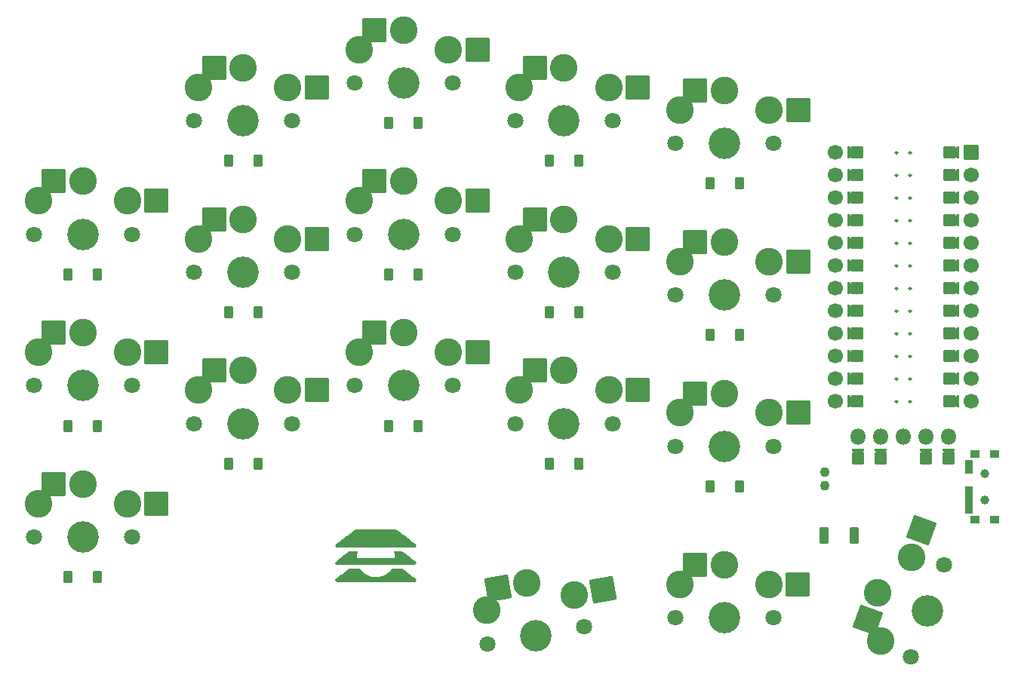
<source format=gbr>
%TF.GenerationSoftware,KiCad,Pcbnew,(6.0.9-0)*%
%TF.CreationDate,2022-12-29T18:14:32+01:00*%
%TF.ProjectId,beamer,6265616d-6572-42e6-9b69-6361645f7063,v1.0.0*%
%TF.SameCoordinates,Original*%
%TF.FileFunction,Soldermask,Bot*%
%TF.FilePolarity,Negative*%
%FSLAX46Y46*%
G04 Gerber Fmt 4.6, Leading zero omitted, Abs format (unit mm)*
G04 Created by KiCad (PCBNEW (6.0.9-0)) date 2022-12-29 18:14:32*
%MOMM*%
%LPD*%
G01*
G04 APERTURE LIST*
G04 Aperture macros list*
%AMRoundRect*
0 Rectangle with rounded corners*
0 $1 Rounding radius*
0 $2 $3 $4 $5 $6 $7 $8 $9 X,Y pos of 4 corners*
0 Add a 4 corners polygon primitive as box body*
4,1,4,$2,$3,$4,$5,$6,$7,$8,$9,$2,$3,0*
0 Add four circle primitives for the rounded corners*
1,1,$1+$1,$2,$3*
1,1,$1+$1,$4,$5*
1,1,$1+$1,$6,$7*
1,1,$1+$1,$8,$9*
0 Add four rect primitives between the rounded corners*
20,1,$1+$1,$2,$3,$4,$5,0*
20,1,$1+$1,$4,$5,$6,$7,0*
20,1,$1+$1,$6,$7,$8,$9,0*
20,1,$1+$1,$8,$9,$2,$3,0*%
%AMFreePoly0*
4,1,16,0.635355,1.035355,0.650000,1.000000,0.650000,-0.250000,0.635355,-0.285355,0.600000,-0.300000,-0.600000,-0.300000,-0.635355,-0.285355,-0.650000,-0.250000,-0.650000,1.000000,-0.635355,1.035355,-0.600000,1.050000,-0.564645,1.035355,0.000000,0.470710,0.564645,1.035355,0.600000,1.050000,0.635355,1.035355,0.635355,1.035355,$1*%
%AMFreePoly1*
4,1,14,0.635355,0.435355,0.650000,0.400000,0.650000,0.200000,0.635355,0.164645,0.035355,-0.435355,0.000000,-0.450000,-0.035355,-0.435355,-0.635355,0.164645,-0.650000,0.200000,-0.650000,0.400000,-0.635355,0.435355,-0.600000,0.450000,0.600000,0.450000,0.635355,0.435355,0.635355,0.435355,$1*%
G04 Aperture macros list end*
%ADD10C,0.250000*%
%ADD11C,0.100000*%
%ADD12C,3.529000*%
%ADD13C,1.801800*%
%ADD14C,3.100000*%
%ADD15RoundRect,0.050000X-1.300000X-1.300000X1.300000X-1.300000X1.300000X1.300000X-1.300000X1.300000X0*%
%ADD16RoundRect,0.050000X0.450000X0.600000X-0.450000X0.600000X-0.450000X-0.600000X0.450000X-0.600000X0*%
%ADD17RoundRect,0.050000X-1.054507X-1.505993X1.505993X-1.054507X1.054507X1.505993X-1.505993X1.054507X0*%
%ADD18RoundRect,0.050000X0.776974X-1.666227X1.666227X0.776974X-0.776974X1.666227X-1.666227X-0.776974X0*%
%ADD19C,1.700000*%
%ADD20RoundRect,0.050000X-0.800000X0.800000X-0.800000X-0.800000X0.800000X-0.800000X0.800000X0.800000X0*%
%ADD21FreePoly0,90.000000*%
%ADD22FreePoly1,90.000000*%
%ADD23FreePoly1,270.000000*%
%ADD24FreePoly0,270.000000*%
%ADD25O,1.800000X1.800000*%
%ADD26FreePoly1,0.000000*%
%ADD27FreePoly0,0.000000*%
%ADD28C,1.000000*%
%ADD29RoundRect,0.050000X-0.350000X-0.750000X0.350000X-0.750000X0.350000X0.750000X-0.350000X0.750000X0*%
%ADD30RoundRect,0.050000X-0.500000X-0.400000X0.500000X-0.400000X0.500000X0.400000X-0.500000X0.400000X0*%
%ADD31RoundRect,0.050000X-0.450000X-0.850000X0.450000X-0.850000X0.450000X0.850000X-0.450000X0.850000X0*%
%ADD32C,1.100000*%
G04 APERTURE END LIST*
%TO.C,*%
G36*
X188774602Y-155852910D02*
G01*
X188943645Y-155853022D01*
X189127776Y-155853197D01*
X189327678Y-155853418D01*
X189544031Y-155853672D01*
X189777518Y-155853943D01*
X189910370Y-155854090D01*
X192157917Y-155856521D01*
X192217008Y-155876646D01*
X192257691Y-155892716D01*
X192300443Y-155912988D01*
X192326099Y-155927213D01*
X192338310Y-155935821D01*
X192363859Y-155954783D01*
X192401720Y-155983307D01*
X192450866Y-156020602D01*
X192510271Y-156065875D01*
X192578909Y-156118334D01*
X192655753Y-156177188D01*
X192739777Y-156241643D01*
X192829955Y-156310908D01*
X192925260Y-156384192D01*
X193024667Y-156460701D01*
X193127149Y-156539643D01*
X193231679Y-156620228D01*
X193337231Y-156701661D01*
X193442779Y-156783153D01*
X193547297Y-156863909D01*
X193649758Y-156943139D01*
X193749136Y-157020050D01*
X193844405Y-157093850D01*
X193934538Y-157163748D01*
X194018510Y-157228950D01*
X194095293Y-157288665D01*
X194163862Y-157342101D01*
X194223189Y-157388465D01*
X194272250Y-157426967D01*
X194310017Y-157456812D01*
X194335465Y-157477210D01*
X194347386Y-157487201D01*
X194381735Y-157530547D01*
X194403777Y-157583051D01*
X194412655Y-157639877D01*
X194407509Y-157696188D01*
X194392032Y-157738960D01*
X194365590Y-157777916D01*
X194330512Y-157813204D01*
X194292297Y-157839944D01*
X194265379Y-157851320D01*
X194255439Y-157852148D01*
X194231601Y-157852934D01*
X194193678Y-157853679D01*
X194141483Y-157854384D01*
X194074828Y-157855049D01*
X193993525Y-157855674D01*
X193897387Y-157856260D01*
X193786226Y-157856808D01*
X193659855Y-157857317D01*
X193518086Y-157857788D01*
X193360732Y-157858221D01*
X193187605Y-157858617D01*
X192998517Y-157858976D01*
X192793281Y-157859299D01*
X192571710Y-157859586D01*
X192333615Y-157859837D01*
X192078810Y-157860053D01*
X191807107Y-157860234D01*
X191518318Y-157860381D01*
X191212255Y-157860494D01*
X190888732Y-157860573D01*
X190547561Y-157860619D01*
X190188553Y-157860632D01*
X189871554Y-157860617D01*
X189529528Y-157860584D01*
X189205233Y-157860539D01*
X188898214Y-157860481D01*
X188608019Y-157860408D01*
X188334197Y-157860320D01*
X188076294Y-157860216D01*
X187833858Y-157860092D01*
X187606436Y-157859950D01*
X187393577Y-157859786D01*
X187194827Y-157859600D01*
X187009735Y-157859390D01*
X186837847Y-157859156D01*
X186678712Y-157858895D01*
X186531876Y-157858607D01*
X186396887Y-157858290D01*
X186273294Y-157857942D01*
X186160643Y-157857563D01*
X186058481Y-157857152D01*
X185966358Y-157856705D01*
X185883819Y-157856224D01*
X185810413Y-157855705D01*
X185745686Y-157855149D01*
X185689188Y-157854552D01*
X185640464Y-157853915D01*
X185599064Y-157853236D01*
X185564533Y-157852513D01*
X185536420Y-157851745D01*
X185514273Y-157850931D01*
X185497638Y-157850070D01*
X185486064Y-157849160D01*
X185479098Y-157848199D01*
X185477233Y-157847711D01*
X185427416Y-157821076D01*
X185388223Y-157782472D01*
X185360305Y-157735133D01*
X185344312Y-157682292D01*
X185340893Y-157627181D01*
X185350697Y-157573034D01*
X185374376Y-157523083D01*
X185404812Y-157487327D01*
X185415015Y-157479013D01*
X185438781Y-157460276D01*
X185475258Y-157431775D01*
X185523595Y-157394170D01*
X185582939Y-157348118D01*
X185652439Y-157294279D01*
X185731243Y-157233311D01*
X185818499Y-157165873D01*
X185913355Y-157092624D01*
X186014961Y-157014223D01*
X186122463Y-156931329D01*
X186235010Y-156844599D01*
X186351751Y-156754694D01*
X186421552Y-156700964D01*
X186566701Y-156589371D01*
X186702899Y-156484898D01*
X186829670Y-156387903D01*
X186946539Y-156298745D01*
X187053030Y-156217782D01*
X187148667Y-156145375D01*
X187232975Y-156081881D01*
X187305478Y-156027659D01*
X187365701Y-155983069D01*
X187413167Y-155948469D01*
X187447403Y-155924217D01*
X187467931Y-155910674D01*
X187471552Y-155908648D01*
X187482997Y-155902683D01*
X187493168Y-155897147D01*
X187502747Y-155892024D01*
X187512416Y-155887299D01*
X187522857Y-155882956D01*
X187534752Y-155878982D01*
X187548782Y-155875360D01*
X187565629Y-155872074D01*
X187585975Y-155869111D01*
X187610502Y-155866454D01*
X187639891Y-155864089D01*
X187674823Y-155862000D01*
X187715982Y-155860171D01*
X187764048Y-155858588D01*
X187819703Y-155857236D01*
X187883629Y-155856098D01*
X187956508Y-155855160D01*
X188039021Y-155854407D01*
X188131851Y-155853823D01*
X188235678Y-155853394D01*
X188351185Y-155853103D01*
X188479054Y-155852935D01*
X188619966Y-155852876D01*
X188774602Y-155852910D01*
G37*
G36*
X192215606Y-158287686D02*
G01*
X192293061Y-158288094D01*
X192371969Y-158288686D01*
X192450240Y-158289446D01*
X192525783Y-158290360D01*
X192596507Y-158291412D01*
X192660322Y-158292586D01*
X192715136Y-158293868D01*
X192758859Y-158295240D01*
X192789401Y-158296689D01*
X192803975Y-158298060D01*
X192823157Y-158301745D01*
X192841527Y-158306063D01*
X192860027Y-158311670D01*
X192879600Y-158319220D01*
X192901190Y-158329368D01*
X192925740Y-158342768D01*
X192954191Y-158360075D01*
X192987489Y-158381943D01*
X193026575Y-158409028D01*
X193072392Y-158441983D01*
X193125884Y-158481464D01*
X193187994Y-158528125D01*
X193259665Y-158582621D01*
X193341839Y-158645606D01*
X193435460Y-158717736D01*
X193541471Y-158799664D01*
X193660815Y-158892046D01*
X193671160Y-158900057D01*
X193787339Y-158990065D01*
X193889984Y-159069679D01*
X193979959Y-159139604D01*
X194058133Y-159200544D01*
X194125372Y-159253203D01*
X194182543Y-159298286D01*
X194230512Y-159336496D01*
X194270146Y-159368538D01*
X194302313Y-159395117D01*
X194327879Y-159416936D01*
X194347710Y-159434700D01*
X194362674Y-159449112D01*
X194373637Y-159460878D01*
X194381466Y-159470701D01*
X194387028Y-159479285D01*
X194389342Y-159483551D01*
X194408939Y-159540485D01*
X194412158Y-159599112D01*
X194399936Y-159656007D01*
X194373210Y-159707744D01*
X194332916Y-159750897D01*
X194312211Y-159765612D01*
X194268434Y-159792885D01*
X189884722Y-159795186D01*
X185501009Y-159797486D01*
X185452191Y-159772064D01*
X185404428Y-159737650D01*
X185369215Y-159692525D01*
X185347363Y-159639864D01*
X185339686Y-159582842D01*
X185346997Y-159524634D01*
X185370108Y-159468416D01*
X185373145Y-159463311D01*
X185383068Y-159453238D01*
X185406248Y-159433092D01*
X185441471Y-159403813D01*
X185487528Y-159366341D01*
X185543206Y-159321615D01*
X185607294Y-159270577D01*
X185678582Y-159214165D01*
X185755856Y-159153319D01*
X185837907Y-159088980D01*
X185923522Y-159022088D01*
X186011490Y-158953581D01*
X186100601Y-158884401D01*
X186189642Y-158815487D01*
X186277402Y-158747779D01*
X186362670Y-158682217D01*
X186444234Y-158619741D01*
X186520884Y-158561291D01*
X186591407Y-158507807D01*
X186654593Y-158460228D01*
X186709229Y-158419495D01*
X186754105Y-158386547D01*
X186788010Y-158362325D01*
X186809731Y-158347768D01*
X186814321Y-158345082D01*
X186837761Y-158332929D01*
X186860197Y-158322654D01*
X186883344Y-158314100D01*
X186908916Y-158307108D01*
X186938625Y-158301521D01*
X186974185Y-158297181D01*
X187017309Y-158293931D01*
X187069712Y-158291613D01*
X187133106Y-158290070D01*
X187209204Y-158289143D01*
X187299721Y-158288675D01*
X187406370Y-158288508D01*
X187429344Y-158288497D01*
X187533081Y-158288549D01*
X187619901Y-158288807D01*
X187691067Y-158289305D01*
X187747844Y-158290076D01*
X187791496Y-158291152D01*
X187823286Y-158292567D01*
X187844478Y-158294354D01*
X187856337Y-158296546D01*
X187860126Y-158299175D01*
X187860032Y-158299744D01*
X187818521Y-158423444D01*
X187783831Y-158558398D01*
X187757105Y-158698588D01*
X187739488Y-158837994D01*
X187732122Y-158970597D01*
X187732091Y-158972849D01*
X187730644Y-159083794D01*
X192021554Y-159083794D01*
X192019839Y-158968258D01*
X192011798Y-158828467D01*
X191992451Y-158682176D01*
X191962980Y-158536097D01*
X191924570Y-158396943D01*
X191912929Y-158361747D01*
X191902023Y-158329659D01*
X191893872Y-158305011D01*
X191889906Y-158292146D01*
X191889735Y-158291293D01*
X191898477Y-158289977D01*
X191923306Y-158288954D01*
X191962134Y-158288208D01*
X192012868Y-158287724D01*
X192073419Y-158287486D01*
X192141695Y-158287478D01*
X192215606Y-158287686D01*
G37*
G36*
X192202347Y-160225020D02*
G01*
X192324483Y-160225166D01*
X192429941Y-160225520D01*
X192520223Y-160226190D01*
X192596833Y-160227286D01*
X192661275Y-160228918D01*
X192715051Y-160231194D01*
X192759664Y-160234224D01*
X192796617Y-160238117D01*
X192827415Y-160242982D01*
X192853559Y-160248929D01*
X192876554Y-160256066D01*
X192897901Y-160264504D01*
X192919105Y-160274351D01*
X192925651Y-160277590D01*
X192948671Y-160291076D01*
X192983075Y-160313825D01*
X193025995Y-160343811D01*
X193074560Y-160379010D01*
X193125900Y-160417397D01*
X193150799Y-160436446D01*
X193319409Y-160566542D01*
X193473940Y-160685929D01*
X193614780Y-160794914D01*
X193742315Y-160893801D01*
X193856934Y-160982895D01*
X193959025Y-161062501D01*
X194048975Y-161132925D01*
X194127171Y-161194471D01*
X194194003Y-161247444D01*
X194249856Y-161292149D01*
X194295120Y-161328891D01*
X194330182Y-161357975D01*
X194355429Y-161379706D01*
X194371249Y-161394390D01*
X194377450Y-161401371D01*
X194392929Y-161430766D01*
X194405984Y-161466687D01*
X194409819Y-161481845D01*
X194413150Y-161539797D01*
X194400358Y-161595912D01*
X194373437Y-161646867D01*
X194334385Y-161689335D01*
X194285199Y-161719991D01*
X194261654Y-161728647D01*
X194256738Y-161729753D01*
X194249324Y-161730801D01*
X194238934Y-161731791D01*
X194225092Y-161732726D01*
X194207323Y-161733607D01*
X194185148Y-161734435D01*
X194158092Y-161735212D01*
X194125678Y-161735940D01*
X194087430Y-161736619D01*
X194042871Y-161737251D01*
X193991524Y-161737838D01*
X193932913Y-161738382D01*
X193866562Y-161738883D01*
X193791994Y-161739343D01*
X193708732Y-161739764D01*
X193616299Y-161740147D01*
X193514220Y-161740493D01*
X193402018Y-161740805D01*
X193279216Y-161741083D01*
X193145338Y-161741330D01*
X192999907Y-161741545D01*
X192842446Y-161741732D01*
X192672480Y-161741891D01*
X192489531Y-161742024D01*
X192293123Y-161742133D01*
X192082779Y-161742218D01*
X191858023Y-161742282D01*
X191618379Y-161742326D01*
X191363370Y-161742351D01*
X191092519Y-161742359D01*
X190805349Y-161742351D01*
X190501385Y-161742329D01*
X190180150Y-161742294D01*
X189872176Y-161742252D01*
X189533423Y-161742198D01*
X189212382Y-161742135D01*
X188908586Y-161742064D01*
X188621563Y-161741981D01*
X188350846Y-161741886D01*
X188095966Y-161741776D01*
X187856453Y-161741651D01*
X187631838Y-161741509D01*
X187421652Y-161741349D01*
X187225427Y-161741168D01*
X187042692Y-161740966D01*
X186872979Y-161740741D01*
X186715819Y-161740491D01*
X186570743Y-161740215D01*
X186437281Y-161739911D01*
X186314965Y-161739578D01*
X186203326Y-161739215D01*
X186101894Y-161738819D01*
X186010200Y-161738390D01*
X185927776Y-161737925D01*
X185854151Y-161737424D01*
X185788858Y-161736884D01*
X185731427Y-161736305D01*
X185681388Y-161735685D01*
X185638274Y-161735021D01*
X185601614Y-161734314D01*
X185570940Y-161733561D01*
X185545782Y-161732760D01*
X185525672Y-161731911D01*
X185510141Y-161731011D01*
X185498718Y-161730060D01*
X185490936Y-161729055D01*
X185486737Y-161728129D01*
X185439911Y-161705282D01*
X185403102Y-161674912D01*
X185366265Y-161626337D01*
X185344616Y-161571523D01*
X185338473Y-161513865D01*
X185348157Y-161456758D01*
X185373987Y-161403598D01*
X185377118Y-161399118D01*
X185388409Y-161387865D01*
X185412957Y-161366570D01*
X185449537Y-161336186D01*
X185496921Y-161297660D01*
X185553884Y-161251943D01*
X185619198Y-161199985D01*
X185691637Y-161142736D01*
X185769975Y-161081145D01*
X185852985Y-161016162D01*
X185939440Y-160948736D01*
X186028114Y-160879819D01*
X186117781Y-160810359D01*
X186207214Y-160741306D01*
X186295186Y-160673610D01*
X186380471Y-160608222D01*
X186461843Y-160546090D01*
X186538074Y-160488164D01*
X186607939Y-160435395D01*
X186670211Y-160388731D01*
X186723663Y-160349124D01*
X186767068Y-160317522D01*
X186799201Y-160294876D01*
X186818835Y-160282134D01*
X186821252Y-160280808D01*
X186843200Y-160269915D01*
X186864539Y-160260547D01*
X186886777Y-160252587D01*
X186911420Y-160245920D01*
X186939974Y-160240430D01*
X186973946Y-160236003D01*
X187014842Y-160232523D01*
X187064170Y-160229874D01*
X187123435Y-160227942D01*
X187194144Y-160226611D01*
X187277804Y-160225765D01*
X187375921Y-160225290D01*
X187490001Y-160225069D01*
X187549851Y-160225020D01*
X188078148Y-160224703D01*
X188146729Y-160318170D01*
X188268443Y-160468972D01*
X188403012Y-160607734D01*
X188549197Y-160733665D01*
X188705755Y-160845969D01*
X188871447Y-160943854D01*
X189045031Y-161026525D01*
X189225266Y-161093189D01*
X189410911Y-161143052D01*
X189448826Y-161150988D01*
X189525917Y-161165547D01*
X189593862Y-161176263D01*
X189658228Y-161183658D01*
X189724584Y-161188256D01*
X189798496Y-161190581D01*
X189876099Y-161191163D01*
X190069646Y-161183584D01*
X190254940Y-161160530D01*
X190434004Y-161121528D01*
X190608861Y-161066101D01*
X190781533Y-160993775D01*
X190841663Y-160964464D01*
X191006888Y-160871231D01*
X191164602Y-160762687D01*
X191312721Y-160640592D01*
X191449161Y-160506707D01*
X191571837Y-160362794D01*
X191603882Y-160320333D01*
X191674050Y-160224703D01*
X192202347Y-160225020D01*
G37*
D10*
X248418000Y-141470000D02*
G75*
G03*
X248418000Y-141470000I-125000J0D01*
G01*
X249942000Y-141470000D02*
G75*
G03*
X249942000Y-141470000I-125000J0D01*
G01*
X248418000Y-138930000D02*
G75*
G03*
X248418000Y-138930000I-125000J0D01*
G01*
X249942000Y-138930000D02*
G75*
G03*
X249942000Y-138930000I-125000J0D01*
G01*
X248418000Y-136390000D02*
G75*
G03*
X248418000Y-136390000I-125000J0D01*
G01*
X249942000Y-136390000D02*
G75*
G03*
X249942000Y-136390000I-125000J0D01*
G01*
X248418000Y-133850000D02*
G75*
G03*
X248418000Y-133850000I-125000J0D01*
G01*
X249942000Y-133850000D02*
G75*
G03*
X249942000Y-133850000I-125000J0D01*
G01*
X248418000Y-131310000D02*
G75*
G03*
X248418000Y-131310000I-125000J0D01*
G01*
X249942000Y-131310000D02*
G75*
G03*
X249942000Y-131310000I-125000J0D01*
G01*
X248418000Y-128770000D02*
G75*
G03*
X248418000Y-128770000I-125000J0D01*
G01*
X249942000Y-128770000D02*
G75*
G03*
X249942000Y-128770000I-125000J0D01*
G01*
X248418000Y-126230000D02*
G75*
G03*
X248418000Y-126230000I-125000J0D01*
G01*
X249942000Y-126230000D02*
G75*
G03*
X249942000Y-126230000I-125000J0D01*
G01*
X248418000Y-123690000D02*
G75*
G03*
X248418000Y-123690000I-125000J0D01*
G01*
X249942000Y-123690000D02*
G75*
G03*
X249942000Y-123690000I-125000J0D01*
G01*
X248418000Y-121150000D02*
G75*
G03*
X248418000Y-121150000I-125000J0D01*
G01*
X249942000Y-121150000D02*
G75*
G03*
X249942000Y-121150000I-125000J0D01*
G01*
X248418000Y-118610000D02*
G75*
G03*
X248418000Y-118610000I-125000J0D01*
G01*
X249942000Y-118610000D02*
G75*
G03*
X249942000Y-118610000I-125000J0D01*
G01*
X249942000Y-116070000D02*
G75*
G03*
X249942000Y-116070000I-125000J0D01*
G01*
X248418000Y-116070000D02*
G75*
G03*
X248418000Y-116070000I-125000J0D01*
G01*
X248418000Y-113530000D02*
G75*
G03*
X248418000Y-113530000I-125000J0D01*
G01*
X249942000Y-113530000D02*
G75*
G03*
X249942000Y-113530000I-125000J0D01*
G01*
G36*
X255151000Y-141978000D02*
G01*
X254135000Y-141978000D01*
X254135000Y-140962000D01*
X255151000Y-140962000D01*
X255151000Y-141978000D01*
G37*
D11*
X255151000Y-141978000D02*
X254135000Y-141978000D01*
X254135000Y-140962000D01*
X255151000Y-140962000D01*
X255151000Y-141978000D01*
G36*
X255151000Y-139438000D02*
G01*
X254135000Y-139438000D01*
X254135000Y-138422000D01*
X255151000Y-138422000D01*
X255151000Y-139438000D01*
G37*
X255151000Y-139438000D02*
X254135000Y-139438000D01*
X254135000Y-138422000D01*
X255151000Y-138422000D01*
X255151000Y-139438000D01*
G36*
X255151000Y-136898000D02*
G01*
X254135000Y-136898000D01*
X254135000Y-135882000D01*
X255151000Y-135882000D01*
X255151000Y-136898000D01*
G37*
X255151000Y-136898000D02*
X254135000Y-136898000D01*
X254135000Y-135882000D01*
X255151000Y-135882000D01*
X255151000Y-136898000D01*
G36*
X255151000Y-134358000D02*
G01*
X254135000Y-134358000D01*
X254135000Y-133342000D01*
X255151000Y-133342000D01*
X255151000Y-134358000D01*
G37*
X255151000Y-134358000D02*
X254135000Y-134358000D01*
X254135000Y-133342000D01*
X255151000Y-133342000D01*
X255151000Y-134358000D01*
G36*
X255151000Y-131818000D02*
G01*
X254135000Y-131818000D01*
X254135000Y-130802000D01*
X255151000Y-130802000D01*
X255151000Y-131818000D01*
G37*
X255151000Y-131818000D02*
X254135000Y-131818000D01*
X254135000Y-130802000D01*
X255151000Y-130802000D01*
X255151000Y-131818000D01*
G36*
X255151000Y-129278000D02*
G01*
X254135000Y-129278000D01*
X254135000Y-128262000D01*
X255151000Y-128262000D01*
X255151000Y-129278000D01*
G37*
X255151000Y-129278000D02*
X254135000Y-129278000D01*
X254135000Y-128262000D01*
X255151000Y-128262000D01*
X255151000Y-129278000D01*
G36*
X255151000Y-126738000D02*
G01*
X254135000Y-126738000D01*
X254135000Y-125722000D01*
X255151000Y-125722000D01*
X255151000Y-126738000D01*
G37*
X255151000Y-126738000D02*
X254135000Y-126738000D01*
X254135000Y-125722000D01*
X255151000Y-125722000D01*
X255151000Y-126738000D01*
G36*
X255151000Y-124198000D02*
G01*
X254135000Y-124198000D01*
X254135000Y-123182000D01*
X255151000Y-123182000D01*
X255151000Y-124198000D01*
G37*
X255151000Y-124198000D02*
X254135000Y-124198000D01*
X254135000Y-123182000D01*
X255151000Y-123182000D01*
X255151000Y-124198000D01*
G36*
X255151000Y-121658000D02*
G01*
X254135000Y-121658000D01*
X254135000Y-120642000D01*
X255151000Y-120642000D01*
X255151000Y-121658000D01*
G37*
X255151000Y-121658000D02*
X254135000Y-121658000D01*
X254135000Y-120642000D01*
X255151000Y-120642000D01*
X255151000Y-121658000D01*
G36*
X255151000Y-119118000D02*
G01*
X254135000Y-119118000D01*
X254135000Y-118102000D01*
X255151000Y-118102000D01*
X255151000Y-119118000D01*
G37*
X255151000Y-119118000D02*
X254135000Y-119118000D01*
X254135000Y-118102000D01*
X255151000Y-118102000D01*
X255151000Y-119118000D01*
G36*
X255151000Y-116578000D02*
G01*
X254135000Y-116578000D01*
X254135000Y-115562000D01*
X255151000Y-115562000D01*
X255151000Y-116578000D01*
G37*
X255151000Y-116578000D02*
X254135000Y-116578000D01*
X254135000Y-115562000D01*
X255151000Y-115562000D01*
X255151000Y-116578000D01*
G36*
X255151000Y-114038000D02*
G01*
X254135000Y-114038000D01*
X254135000Y-113022000D01*
X255151000Y-113022000D01*
X255151000Y-114038000D01*
G37*
X255151000Y-114038000D02*
X254135000Y-114038000D01*
X254135000Y-113022000D01*
X255151000Y-113022000D01*
X255151000Y-114038000D01*
G36*
X243975000Y-141978000D02*
G01*
X242959000Y-141978000D01*
X242959000Y-140962000D01*
X243975000Y-140962000D01*
X243975000Y-141978000D01*
G37*
X243975000Y-141978000D02*
X242959000Y-141978000D01*
X242959000Y-140962000D01*
X243975000Y-140962000D01*
X243975000Y-141978000D01*
G36*
X243975000Y-139438000D02*
G01*
X242959000Y-139438000D01*
X242959000Y-138422000D01*
X243975000Y-138422000D01*
X243975000Y-139438000D01*
G37*
X243975000Y-139438000D02*
X242959000Y-139438000D01*
X242959000Y-138422000D01*
X243975000Y-138422000D01*
X243975000Y-139438000D01*
G36*
X243975000Y-136898000D02*
G01*
X242959000Y-136898000D01*
X242959000Y-135882000D01*
X243975000Y-135882000D01*
X243975000Y-136898000D01*
G37*
X243975000Y-136898000D02*
X242959000Y-136898000D01*
X242959000Y-135882000D01*
X243975000Y-135882000D01*
X243975000Y-136898000D01*
G36*
X243975000Y-134358000D02*
G01*
X242959000Y-134358000D01*
X242959000Y-133342000D01*
X243975000Y-133342000D01*
X243975000Y-134358000D01*
G37*
X243975000Y-134358000D02*
X242959000Y-134358000D01*
X242959000Y-133342000D01*
X243975000Y-133342000D01*
X243975000Y-134358000D01*
G36*
X243975000Y-131818000D02*
G01*
X242959000Y-131818000D01*
X242959000Y-130802000D01*
X243975000Y-130802000D01*
X243975000Y-131818000D01*
G37*
X243975000Y-131818000D02*
X242959000Y-131818000D01*
X242959000Y-130802000D01*
X243975000Y-130802000D01*
X243975000Y-131818000D01*
G36*
X243975000Y-129278000D02*
G01*
X242959000Y-129278000D01*
X242959000Y-128262000D01*
X243975000Y-128262000D01*
X243975000Y-129278000D01*
G37*
X243975000Y-129278000D02*
X242959000Y-129278000D01*
X242959000Y-128262000D01*
X243975000Y-128262000D01*
X243975000Y-129278000D01*
G36*
X243975000Y-126738000D02*
G01*
X242959000Y-126738000D01*
X242959000Y-125722000D01*
X243975000Y-125722000D01*
X243975000Y-126738000D01*
G37*
X243975000Y-126738000D02*
X242959000Y-126738000D01*
X242959000Y-125722000D01*
X243975000Y-125722000D01*
X243975000Y-126738000D01*
G36*
X243975000Y-124198000D02*
G01*
X242959000Y-124198000D01*
X242959000Y-123182000D01*
X243975000Y-123182000D01*
X243975000Y-124198000D01*
G37*
X243975000Y-124198000D02*
X242959000Y-124198000D01*
X242959000Y-123182000D01*
X243975000Y-123182000D01*
X243975000Y-124198000D01*
G36*
X243975000Y-121658000D02*
G01*
X242959000Y-121658000D01*
X242959000Y-120642000D01*
X243975000Y-120642000D01*
X243975000Y-121658000D01*
G37*
X243975000Y-121658000D02*
X242959000Y-121658000D01*
X242959000Y-120642000D01*
X243975000Y-120642000D01*
X243975000Y-121658000D01*
G36*
X243975000Y-119118000D02*
G01*
X242959000Y-119118000D01*
X242959000Y-118102000D01*
X243975000Y-118102000D01*
X243975000Y-119118000D01*
G37*
X243975000Y-119118000D02*
X242959000Y-119118000D01*
X242959000Y-118102000D01*
X243975000Y-118102000D01*
X243975000Y-119118000D01*
G36*
X243975000Y-116578000D02*
G01*
X242959000Y-116578000D01*
X242959000Y-115562000D01*
X243975000Y-115562000D01*
X243975000Y-116578000D01*
G37*
X243975000Y-116578000D02*
X242959000Y-116578000D01*
X242959000Y-115562000D01*
X243975000Y-115562000D01*
X243975000Y-116578000D01*
G36*
X243975000Y-114038000D02*
G01*
X242959000Y-114038000D01*
X242959000Y-113022000D01*
X243975000Y-113022000D01*
X243975000Y-114038000D01*
G37*
X243975000Y-114038000D02*
X242959000Y-114038000D01*
X242959000Y-113022000D01*
X243975000Y-113022000D01*
X243975000Y-114038000D01*
G36*
X244491000Y-147966000D02*
G01*
X243475000Y-147966000D01*
X243475000Y-146950000D01*
X244491000Y-146950000D01*
X244491000Y-147966000D01*
G37*
X244491000Y-147966000D02*
X243475000Y-147966000D01*
X243475000Y-146950000D01*
X244491000Y-146950000D01*
X244491000Y-147966000D01*
G36*
X247031000Y-147966000D02*
G01*
X246015000Y-147966000D01*
X246015000Y-146950000D01*
X247031000Y-146950000D01*
X247031000Y-147966000D01*
G37*
X247031000Y-147966000D02*
X246015000Y-147966000D01*
X246015000Y-146950000D01*
X247031000Y-146950000D01*
X247031000Y-147966000D01*
G36*
X252111000Y-147966000D02*
G01*
X251095000Y-147966000D01*
X251095000Y-146950000D01*
X252111000Y-146950000D01*
X252111000Y-147966000D01*
G37*
X252111000Y-147966000D02*
X251095000Y-147966000D01*
X251095000Y-146950000D01*
X252111000Y-146950000D01*
X252111000Y-147966000D01*
G36*
X254651000Y-147966000D02*
G01*
X253635000Y-147966000D01*
X253635000Y-146950000D01*
X254651000Y-146950000D01*
X254651000Y-147966000D01*
G37*
X254651000Y-147966000D02*
X253635000Y-147966000D01*
X253635000Y-146950000D01*
X254651000Y-146950000D01*
X254651000Y-147966000D01*
%TD*%
D12*
%TO.C,*%
X157000000Y-156700000D03*
D13*
X162500000Y-156700000D03*
X151500000Y-156700000D03*
D14*
X162000000Y-152950000D03*
X157000000Y-150750000D03*
D15*
X153725000Y-150750000D03*
X165275000Y-152950000D03*
D14*
X152000000Y-152950000D03*
X157000000Y-150750000D03*
%TD*%
D16*
%TO.C,D1*%
X158650000Y-161200000D03*
X155350000Y-161200000D03*
%TD*%
D12*
%TO.C,*%
X157000000Y-139700000D03*
D13*
X162500000Y-139700000D03*
X151500000Y-139700000D03*
D14*
X162000000Y-135950000D03*
X157000000Y-133750000D03*
D15*
X153725000Y-133750000D03*
X165275000Y-135950000D03*
D14*
X152000000Y-135950000D03*
X157000000Y-133750000D03*
%TD*%
D16*
%TO.C,D2*%
X158650000Y-144200000D03*
X155350000Y-144200000D03*
%TD*%
D12*
%TO.C,*%
X157000000Y-122700000D03*
D13*
X162500000Y-122700000D03*
X151500000Y-122700000D03*
D14*
X162000000Y-118950000D03*
X157000000Y-116750000D03*
D15*
X153725000Y-116750000D03*
X165275000Y-118950000D03*
D14*
X152000000Y-118950000D03*
X157000000Y-116750000D03*
%TD*%
D16*
%TO.C,D3*%
X158650000Y-127200000D03*
X155350000Y-127200000D03*
%TD*%
D12*
%TO.C,*%
X175000000Y-143950000D03*
D13*
X180500000Y-143950000D03*
X169500000Y-143950000D03*
D14*
X180000000Y-140200000D03*
X175000000Y-138000000D03*
D15*
X171725000Y-138000000D03*
X183275000Y-140200000D03*
D14*
X170000000Y-140200000D03*
X175000000Y-138000000D03*
%TD*%
D16*
%TO.C,D4*%
X176650000Y-148450000D03*
X173350000Y-148450000D03*
%TD*%
D12*
%TO.C,*%
X175000000Y-126950000D03*
D13*
X180500000Y-126950000D03*
X169500000Y-126950000D03*
D14*
X180000000Y-123200000D03*
X175000000Y-121000000D03*
D15*
X171725000Y-121000000D03*
X183275000Y-123200000D03*
D14*
X170000000Y-123200000D03*
X175000000Y-121000000D03*
%TD*%
D16*
%TO.C,D5*%
X176650000Y-131450000D03*
X173350000Y-131450000D03*
%TD*%
D12*
%TO.C,*%
X175000000Y-109950000D03*
D13*
X180500000Y-109950000D03*
X169500000Y-109950000D03*
D14*
X180000000Y-106200000D03*
X175000000Y-104000000D03*
D15*
X171725000Y-104000000D03*
X183275000Y-106200000D03*
D14*
X170000000Y-106200000D03*
X175000000Y-104000000D03*
%TD*%
D16*
%TO.C,D6*%
X176650000Y-114450000D03*
X173350000Y-114450000D03*
%TD*%
D12*
%TO.C,*%
X193000000Y-139700000D03*
D13*
X198500000Y-139700000D03*
X187500000Y-139700000D03*
D14*
X198000000Y-135950000D03*
X193000000Y-133750000D03*
D15*
X189725000Y-133750000D03*
X201275000Y-135950000D03*
D14*
X188000000Y-135950000D03*
X193000000Y-133750000D03*
%TD*%
D16*
%TO.C,D7*%
X194650000Y-144200000D03*
X191350000Y-144200000D03*
%TD*%
D12*
%TO.C,*%
X193000000Y-122700000D03*
D13*
X198500000Y-122700000D03*
X187500000Y-122700000D03*
D14*
X198000000Y-118950000D03*
X193000000Y-116750000D03*
D15*
X189725000Y-116750000D03*
X201275000Y-118950000D03*
D14*
X188000000Y-118950000D03*
X193000000Y-116750000D03*
%TD*%
D16*
%TO.C,D8*%
X194650000Y-127200000D03*
X191350000Y-127200000D03*
%TD*%
D12*
%TO.C,*%
X193000000Y-105700000D03*
D13*
X198500000Y-105700000D03*
X187500000Y-105700000D03*
D14*
X198000000Y-101950000D03*
X193000000Y-99750000D03*
D15*
X189725000Y-99750000D03*
X201275000Y-101950000D03*
D14*
X188000000Y-101950000D03*
X193000000Y-99750000D03*
%TD*%
D16*
%TO.C,D9*%
X194650000Y-110200000D03*
X191350000Y-110200000D03*
%TD*%
D12*
%TO.C,*%
X211000000Y-143950000D03*
D13*
X216500000Y-143950000D03*
X205500000Y-143950000D03*
D14*
X216000000Y-140200000D03*
X211000000Y-138000000D03*
D15*
X207725000Y-138000000D03*
X219275000Y-140200000D03*
D14*
X206000000Y-140200000D03*
X211000000Y-138000000D03*
%TD*%
D16*
%TO.C,D10*%
X212650000Y-148450000D03*
X209350000Y-148450000D03*
%TD*%
D12*
%TO.C,*%
X211000000Y-126950000D03*
D13*
X216500000Y-126950000D03*
X205500000Y-126950000D03*
D14*
X216000000Y-123200000D03*
X211000000Y-121000000D03*
D15*
X207725000Y-121000000D03*
X219275000Y-123200000D03*
D14*
X206000000Y-123200000D03*
X211000000Y-121000000D03*
%TD*%
D16*
%TO.C,D11*%
X212650000Y-131450000D03*
X209350000Y-131450000D03*
%TD*%
D12*
%TO.C,*%
X211000000Y-109950000D03*
D13*
X216500000Y-109950000D03*
X205500000Y-109950000D03*
D14*
X216000000Y-106200000D03*
X211000000Y-104000000D03*
D15*
X207725000Y-104000000D03*
X219275000Y-106200000D03*
D14*
X206000000Y-106200000D03*
X211000000Y-104000000D03*
%TD*%
D16*
%TO.C,D12*%
X212650000Y-114450000D03*
X209350000Y-114450000D03*
%TD*%
D12*
%TO.C,*%
X229000000Y-146500000D03*
D13*
X234500000Y-146500000D03*
X223500000Y-146500000D03*
D14*
X234000000Y-142750000D03*
X229000000Y-140550000D03*
D15*
X225725000Y-140550000D03*
X237275000Y-142750000D03*
D14*
X224000000Y-142750000D03*
X229000000Y-140550000D03*
%TD*%
D16*
%TO.C,D13*%
X230650000Y-151000000D03*
X227350000Y-151000000D03*
%TD*%
D12*
%TO.C,*%
X229000000Y-129500000D03*
D13*
X234500000Y-129500000D03*
X223500000Y-129500000D03*
D14*
X234000000Y-125750000D03*
X229000000Y-123550000D03*
D15*
X225725000Y-123550000D03*
X237275000Y-125750000D03*
D14*
X224000000Y-125750000D03*
X229000000Y-123550000D03*
%TD*%
D16*
%TO.C,D14*%
X230650000Y-134000000D03*
X227350000Y-134000000D03*
%TD*%
D12*
%TO.C,*%
X229000000Y-112500000D03*
D13*
X234500000Y-112500000D03*
X223500000Y-112500000D03*
D14*
X234000000Y-108750000D03*
X229000000Y-106550000D03*
D15*
X225725000Y-106550000D03*
X237275000Y-108750000D03*
D14*
X224000000Y-108750000D03*
X229000000Y-106550000D03*
%TD*%
D16*
%TO.C,D15*%
X230650000Y-117000000D03*
X227350000Y-117000000D03*
%TD*%
D12*
%TO.C,*%
X207860721Y-167741968D03*
D13*
X213277164Y-166786903D03*
X202444278Y-168697033D03*
D14*
X212133579Y-163180698D03*
X206827514Y-161882362D03*
D17*
X203602269Y-162451060D03*
X215358824Y-162612000D03*
D14*
X202285502Y-164917180D03*
X206827514Y-161882362D03*
%TD*%
%TO.C,*%
X228972654Y-159787433D03*
X223972654Y-161987433D03*
D15*
X237247654Y-161987433D03*
X225697654Y-159787433D03*
D14*
X228972654Y-159787433D03*
X233972654Y-161987433D03*
D13*
X223472654Y-165737433D03*
X234472654Y-165737433D03*
D12*
X228972654Y-165737433D03*
%TD*%
%TO.C,*%
X251777313Y-164958754D03*
D13*
X253658424Y-159790445D03*
X249896202Y-170127063D03*
D14*
X249963566Y-158977715D03*
X246186142Y-162923734D03*
D18*
X245066026Y-166001227D03*
X251083682Y-155900222D03*
D14*
X246543365Y-168374642D03*
X246186142Y-162923734D03*
%TD*%
D19*
%TO.C,*%
X241435000Y-113530000D03*
X241435000Y-116070000D03*
X241435000Y-118610000D03*
X241435000Y-121150000D03*
X241435000Y-123690000D03*
X241435000Y-126230000D03*
X241435000Y-128770000D03*
X241435000Y-131310000D03*
X241435000Y-133850000D03*
X241435000Y-136390000D03*
X241435000Y-138930000D03*
X241435000Y-141470000D03*
X256675000Y-141470000D03*
X256675000Y-138930000D03*
X256675000Y-136390000D03*
X256675000Y-133850000D03*
X256675000Y-131310000D03*
X256675000Y-128770000D03*
X256675000Y-126230000D03*
X256675000Y-123690000D03*
X256675000Y-121150000D03*
X256675000Y-118610000D03*
X256675000Y-116070000D03*
X256675000Y-113530000D03*
D20*
X256675000Y-113530000D03*
D21*
X244229000Y-113530000D03*
D22*
X243213000Y-113530000D03*
X243213000Y-116070000D03*
D21*
X244229000Y-116070000D03*
D22*
X243213000Y-118610000D03*
D21*
X244229000Y-118610000D03*
D22*
X243213000Y-121150000D03*
D21*
X244229000Y-121150000D03*
D22*
X243213000Y-123690000D03*
D21*
X244229000Y-123690000D03*
D22*
X243213000Y-126230000D03*
D21*
X244229000Y-126230000D03*
D22*
X243213000Y-128770000D03*
D21*
X244229000Y-128770000D03*
D22*
X243213000Y-131310000D03*
D21*
X244229000Y-131310000D03*
D22*
X243213000Y-133850000D03*
D21*
X244229000Y-133850000D03*
D22*
X243213000Y-136390000D03*
D21*
X244229000Y-136390000D03*
D22*
X243213000Y-138930000D03*
D21*
X244229000Y-138930000D03*
D22*
X243213000Y-141470000D03*
D21*
X244229000Y-141470000D03*
D23*
X254897000Y-113530000D03*
D24*
X253881000Y-113530000D03*
X253881000Y-116070000D03*
D23*
X254897000Y-116070000D03*
D24*
X253881000Y-118610000D03*
D23*
X254897000Y-118610000D03*
D24*
X253881000Y-121150000D03*
D23*
X254897000Y-121150000D03*
D24*
X253881000Y-123690000D03*
D23*
X254897000Y-123690000D03*
D24*
X253881000Y-126230000D03*
D23*
X254897000Y-126230000D03*
D24*
X253881000Y-128770000D03*
D23*
X254897000Y-128770000D03*
D24*
X253881000Y-131310000D03*
D23*
X254897000Y-131310000D03*
D24*
X253881000Y-133850000D03*
D23*
X254897000Y-133850000D03*
D24*
X253881000Y-136390000D03*
D23*
X254897000Y-136390000D03*
D24*
X253881000Y-138930000D03*
D23*
X254897000Y-138930000D03*
D24*
X253881000Y-141470000D03*
D23*
X254897000Y-141470000D03*
%TD*%
D25*
%TO.C,*%
X243975000Y-145400000D03*
X246515000Y-145400000D03*
X249055000Y-145400000D03*
X251595000Y-145400000D03*
X254135000Y-145400000D03*
%TD*%
D26*
%TO.C,*%
X243983000Y-147204000D03*
D27*
X243983000Y-148220000D03*
%TD*%
D26*
%TO.C,*%
X246523000Y-147204000D03*
D27*
X246523000Y-148220000D03*
%TD*%
%TO.C,*%
X251603000Y-148220000D03*
D26*
X251603000Y-147204000D03*
%TD*%
%TO.C,*%
X254143000Y-147204000D03*
D27*
X254143000Y-148220000D03*
%TD*%
D28*
%TO.C,*%
X258220000Y-152550000D03*
X258220000Y-149550000D03*
X258220000Y-152550000D03*
X258220000Y-149550000D03*
D29*
X256460000Y-148800000D03*
X256460000Y-151800000D03*
X256460000Y-153300000D03*
D30*
X259320000Y-147400000D03*
X259320000Y-154700000D03*
X257110000Y-154700000D03*
X257110000Y-147400000D03*
%TD*%
D31*
%TO.C,*%
X240155000Y-156490000D03*
X243555000Y-156490000D03*
%TD*%
D32*
%TO.C,*%
X240255000Y-149390000D03*
X240255000Y-150890000D03*
%TD*%
M02*

</source>
